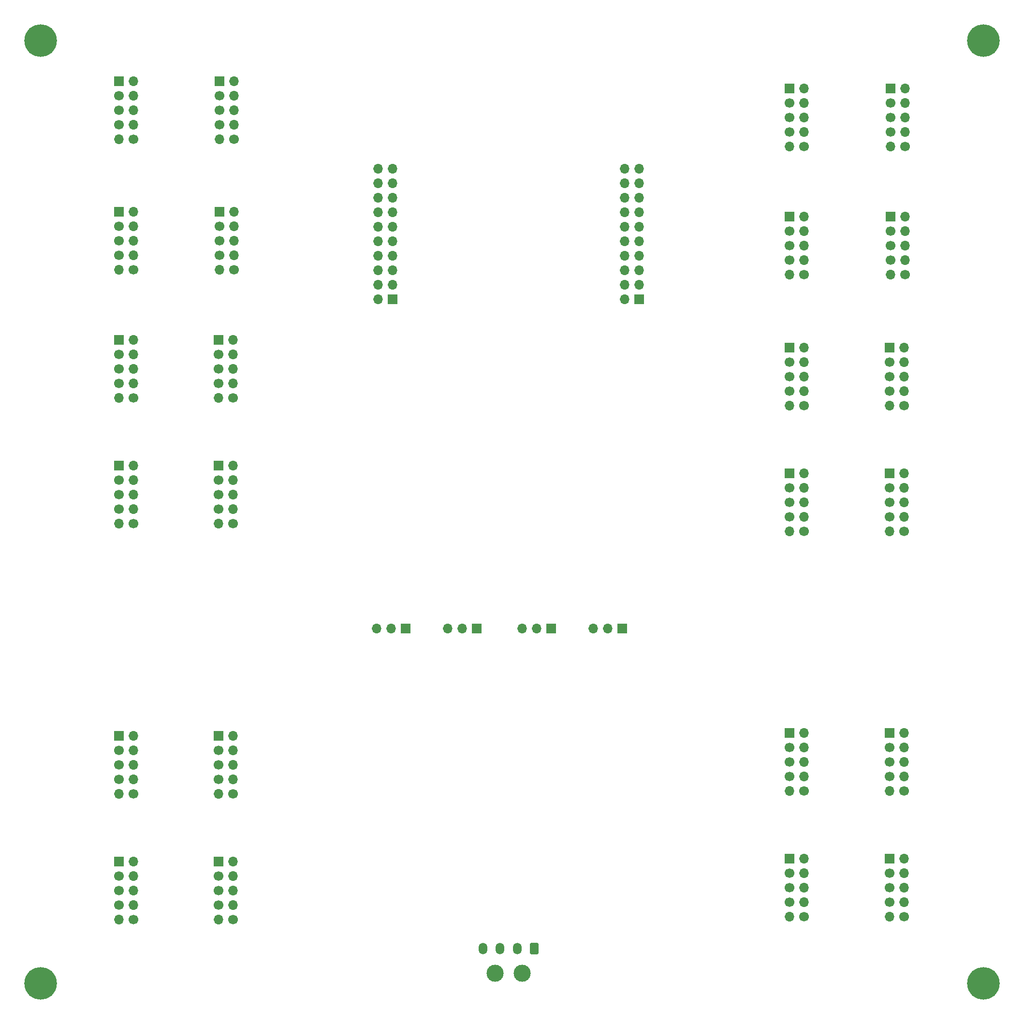
<source format=gbr>
%TF.GenerationSoftware,KiCad,Pcbnew,(6.0.9)*%
%TF.CreationDate,2023-01-09T12:19:47-05:00*%
%TF.ProjectId,Perris_Breakout,50657272-6973-45f4-9272-65616b6f7574,3*%
%TF.SameCoordinates,Original*%
%TF.FileFunction,Soldermask,Bot*%
%TF.FilePolarity,Negative*%
%FSLAX46Y46*%
G04 Gerber Fmt 4.6, Leading zero omitted, Abs format (unit mm)*
G04 Created by KiCad (PCBNEW (6.0.9)) date 2023-01-09 12:19:47*
%MOMM*%
%LPD*%
G01*
G04 APERTURE LIST*
G04 Aperture macros list*
%AMRoundRect*
0 Rectangle with rounded corners*
0 $1 Rounding radius*
0 $2 $3 $4 $5 $6 $7 $8 $9 X,Y pos of 4 corners*
0 Add a 4 corners polygon primitive as box body*
4,1,4,$2,$3,$4,$5,$6,$7,$8,$9,$2,$3,0*
0 Add four circle primitives for the rounded corners*
1,1,$1+$1,$2,$3*
1,1,$1+$1,$4,$5*
1,1,$1+$1,$6,$7*
1,1,$1+$1,$8,$9*
0 Add four rect primitives between the rounded corners*
20,1,$1+$1,$2,$3,$4,$5,0*
20,1,$1+$1,$4,$5,$6,$7,0*
20,1,$1+$1,$6,$7,$8,$9,0*
20,1,$1+$1,$8,$9,$2,$3,0*%
G04 Aperture macros list end*
%ADD10R,1.700000X1.700000*%
%ADD11C,1.700000*%
%ADD12O,1.700000X1.700000*%
%ADD13C,5.700000*%
%ADD14C,3.000000*%
%ADD15RoundRect,0.250001X0.499999X0.759999X-0.499999X0.759999X-0.499999X-0.759999X0.499999X-0.759999X0*%
%ADD16O,1.500000X2.020000*%
G04 APERTURE END LIST*
D10*
%TO.C,J20*%
X56214272Y-190425000D03*
D11*
X56214272Y-192965000D03*
X56214272Y-195505000D03*
X56214272Y-198045000D03*
D12*
X56214272Y-200585000D03*
D11*
X58754272Y-200585000D03*
D12*
X58754272Y-198045000D03*
X58754272Y-195505000D03*
X58754272Y-192965000D03*
X58754272Y-190425000D03*
%TD*%
D13*
%TO.C,H4*%
X190144300Y-211740000D03*
%TD*%
D10*
%TO.C,J9*%
X156225000Y-55015000D03*
D11*
X156225000Y-57555000D03*
X156225000Y-60095000D03*
X156225000Y-62635000D03*
D12*
X156225000Y-65175000D03*
D11*
X158765000Y-65175000D03*
D12*
X158765000Y-62635000D03*
X158765000Y-60095000D03*
X158765000Y-57555000D03*
X158765000Y-55015000D03*
%TD*%
D10*
%TO.C,U1*%
X129850000Y-91930000D03*
D12*
X129850000Y-89390000D03*
X129850000Y-86850000D03*
X129850000Y-84310000D03*
X129850000Y-81770000D03*
X129850000Y-79230000D03*
X129850000Y-76690000D03*
X129850000Y-74150000D03*
X129850000Y-71610000D03*
X129850000Y-69070000D03*
X84130000Y-69070000D03*
X84130000Y-71610000D03*
X84130000Y-74150000D03*
X84130000Y-76690000D03*
X84130000Y-79230000D03*
X84130000Y-81770000D03*
X84130000Y-84310000D03*
X84130000Y-86850000D03*
X84130000Y-89390000D03*
X84130000Y-91930000D03*
X127310000Y-91930000D03*
X127310000Y-89390000D03*
X127310000Y-86850000D03*
X127310000Y-84310000D03*
X127310000Y-81770000D03*
X127310000Y-79230000D03*
X127310000Y-76690000D03*
X127310000Y-74150000D03*
X127310000Y-71610000D03*
X127310000Y-69070000D03*
X86670000Y-69070000D03*
X86670000Y-71610000D03*
X86670000Y-74150000D03*
X86670000Y-76690000D03*
X86670000Y-79230000D03*
X86670000Y-81770000D03*
X86670000Y-84310000D03*
X86670000Y-86850000D03*
X86670000Y-89390000D03*
D10*
X86670000Y-91930000D03*
%TD*%
%TO.C,J15*%
X156225000Y-122425000D03*
D11*
X156225000Y-124965000D03*
X156225000Y-127505000D03*
X156225000Y-130045000D03*
D12*
X156225000Y-132585000D03*
D11*
X158765000Y-132585000D03*
D12*
X158765000Y-130045000D03*
X158765000Y-127505000D03*
X158765000Y-124965000D03*
X158765000Y-122425000D03*
%TD*%
D10*
%TO.C,J25*%
X88919300Y-149590000D03*
D12*
X86379300Y-149590000D03*
X83839300Y-149590000D03*
%TD*%
D10*
%TO.C,J24*%
X173725000Y-189925000D03*
D11*
X173725000Y-192465000D03*
X173725000Y-195005000D03*
X173725000Y-197545000D03*
D12*
X173725000Y-200085000D03*
D11*
X176265000Y-200085000D03*
D12*
X176265000Y-197545000D03*
X176265000Y-195005000D03*
X176265000Y-192465000D03*
X176265000Y-189925000D03*
%TD*%
D10*
%TO.C,J14*%
X173725000Y-100390000D03*
D11*
X173725000Y-102930000D03*
X173725000Y-105470000D03*
X173725000Y-108010000D03*
D12*
X173725000Y-110550000D03*
D11*
X176265000Y-110550000D03*
D12*
X176265000Y-108010000D03*
X176265000Y-105470000D03*
X176265000Y-102930000D03*
X176265000Y-100390000D03*
%TD*%
D10*
%TO.C,J16*%
X173725000Y-122425000D03*
D11*
X173725000Y-124965000D03*
X173725000Y-127505000D03*
X173725000Y-130045000D03*
D12*
X173725000Y-132585000D03*
D11*
X176265000Y-132585000D03*
D12*
X176265000Y-130045000D03*
X176265000Y-127505000D03*
X176265000Y-124965000D03*
X176265000Y-122425000D03*
%TD*%
D10*
%TO.C,J7*%
X38725000Y-121070000D03*
D11*
X38725000Y-123610000D03*
X38725000Y-126150000D03*
X38725000Y-128690000D03*
D12*
X38725000Y-131230000D03*
D11*
X41265000Y-131230000D03*
D12*
X41265000Y-128690000D03*
X41265000Y-126150000D03*
X41265000Y-123610000D03*
X41265000Y-121070000D03*
%TD*%
D13*
%TO.C,H3*%
X25044300Y-211740000D03*
%TD*%
D10*
%TO.C,J21*%
X156225000Y-167890000D03*
D11*
X156225000Y-170430000D03*
X156225000Y-172970000D03*
X156225000Y-175510000D03*
D12*
X156225000Y-178050000D03*
D11*
X158765000Y-178050000D03*
D12*
X158765000Y-175510000D03*
X158765000Y-172970000D03*
X158765000Y-170430000D03*
X158765000Y-167890000D03*
%TD*%
D10*
%TO.C,J6*%
X56225000Y-99035000D03*
D11*
X56225000Y-101575000D03*
X56225000Y-104115000D03*
X56225000Y-106655000D03*
D12*
X56225000Y-109195000D03*
D11*
X58765000Y-109195000D03*
D12*
X58765000Y-106655000D03*
X58765000Y-104115000D03*
X58765000Y-101575000D03*
X58765000Y-99035000D03*
%TD*%
D10*
%TO.C,J12*%
X173865000Y-77495000D03*
D11*
X173865000Y-80035000D03*
X173865000Y-82575000D03*
X173865000Y-85115000D03*
D12*
X173865000Y-87655000D03*
D11*
X176405000Y-87655000D03*
D12*
X176405000Y-85115000D03*
X176405000Y-82575000D03*
X176405000Y-80035000D03*
X176405000Y-77495000D03*
%TD*%
D10*
%TO.C,J28*%
X126904300Y-149590000D03*
D12*
X124364300Y-149590000D03*
X121824300Y-149590000D03*
%TD*%
D10*
%TO.C,J27*%
X114404300Y-149590000D03*
D12*
X111864300Y-149590000D03*
X109324300Y-149590000D03*
%TD*%
D10*
%TO.C,J5*%
X38725000Y-99035000D03*
D11*
X38725000Y-101575000D03*
X38725000Y-104115000D03*
X38725000Y-106655000D03*
D12*
X38725000Y-109195000D03*
D11*
X41265000Y-109195000D03*
D12*
X41265000Y-106655000D03*
X41265000Y-104115000D03*
X41265000Y-101575000D03*
X41265000Y-99035000D03*
%TD*%
D10*
%TO.C,J2*%
X56365000Y-53770000D03*
D11*
X56365000Y-56310000D03*
X56365000Y-58850000D03*
X56365000Y-61390000D03*
D12*
X56365000Y-63930000D03*
D11*
X58905000Y-63930000D03*
D12*
X58905000Y-61390000D03*
X58905000Y-58850000D03*
X58905000Y-56310000D03*
X58905000Y-53770000D03*
%TD*%
D13*
%TO.C,H1*%
X25044300Y-46640000D03*
%TD*%
D10*
%TO.C,J26*%
X101404300Y-149590000D03*
D12*
X98864300Y-149590000D03*
X96324300Y-149590000D03*
%TD*%
D10*
%TO.C,J1*%
X38725000Y-53770000D03*
D11*
X38725000Y-56310000D03*
X38725000Y-58850000D03*
X38725000Y-61390000D03*
D12*
X38725000Y-63930000D03*
D11*
X41265000Y-63930000D03*
D12*
X41265000Y-61390000D03*
X41265000Y-58850000D03*
X41265000Y-56310000D03*
X41265000Y-53770000D03*
%TD*%
D10*
%TO.C,J19*%
X38714272Y-190425000D03*
D11*
X38714272Y-192965000D03*
X38714272Y-195505000D03*
X38714272Y-198045000D03*
D12*
X38714272Y-200585000D03*
D11*
X41254272Y-200585000D03*
D12*
X41254272Y-198045000D03*
X41254272Y-195505000D03*
X41254272Y-192965000D03*
X41254272Y-190425000D03*
%TD*%
D10*
%TO.C,J18*%
X56214272Y-168390000D03*
D11*
X56214272Y-170930000D03*
X56214272Y-173470000D03*
X56214272Y-176010000D03*
D12*
X56214272Y-178550000D03*
D11*
X58754272Y-178550000D03*
D12*
X58754272Y-176010000D03*
X58754272Y-173470000D03*
X58754272Y-170930000D03*
X58754272Y-168390000D03*
%TD*%
D10*
%TO.C,J10*%
X173865000Y-55015000D03*
D11*
X173865000Y-57555000D03*
X173865000Y-60095000D03*
X173865000Y-62635000D03*
D12*
X173865000Y-65175000D03*
D11*
X176405000Y-65175000D03*
D12*
X176405000Y-62635000D03*
X176405000Y-60095000D03*
X176405000Y-57555000D03*
X176405000Y-55015000D03*
%TD*%
D10*
%TO.C,J11*%
X156225000Y-77495000D03*
D11*
X156225000Y-80035000D03*
X156225000Y-82575000D03*
X156225000Y-85115000D03*
D12*
X156225000Y-87655000D03*
D11*
X158765000Y-87655000D03*
D12*
X158765000Y-85115000D03*
X158765000Y-82575000D03*
X158765000Y-80035000D03*
X158765000Y-77495000D03*
%TD*%
D10*
%TO.C,J3*%
X38725000Y-76605000D03*
D11*
X38725000Y-79145000D03*
X38725000Y-81685000D03*
X38725000Y-84225000D03*
D12*
X38725000Y-86765000D03*
D11*
X41265000Y-86765000D03*
D12*
X41265000Y-84225000D03*
X41265000Y-81685000D03*
X41265000Y-79145000D03*
X41265000Y-76605000D03*
%TD*%
D10*
%TO.C,J22*%
X173725000Y-167890000D03*
D11*
X173725000Y-170430000D03*
X173725000Y-172970000D03*
X173725000Y-175510000D03*
D12*
X173725000Y-178050000D03*
D11*
X176265000Y-178050000D03*
D12*
X176265000Y-175510000D03*
X176265000Y-172970000D03*
X176265000Y-170430000D03*
X176265000Y-167890000D03*
%TD*%
D10*
%TO.C,J23*%
X156225000Y-189925000D03*
D11*
X156225000Y-192465000D03*
X156225000Y-195005000D03*
X156225000Y-197545000D03*
D12*
X156225000Y-200085000D03*
D11*
X158765000Y-200085000D03*
D12*
X158765000Y-197545000D03*
X158765000Y-195005000D03*
X158765000Y-192465000D03*
X158765000Y-189925000D03*
%TD*%
D10*
%TO.C,J4*%
X56365000Y-76605000D03*
D11*
X56365000Y-79145000D03*
X56365000Y-81685000D03*
X56365000Y-84225000D03*
D12*
X56365000Y-86765000D03*
D11*
X58905000Y-86765000D03*
D12*
X58905000Y-84225000D03*
X58905000Y-81685000D03*
X58905000Y-79145000D03*
X58905000Y-76605000D03*
%TD*%
D14*
%TO.C,J29*%
X104635200Y-209960000D03*
X109335200Y-209960000D03*
D15*
X111485200Y-205640000D03*
D16*
X108485200Y-205640000D03*
X105485200Y-205640000D03*
X102485200Y-205640000D03*
%TD*%
D13*
%TO.C,H2*%
X190144300Y-46640000D03*
%TD*%
D10*
%TO.C,J8*%
X56225000Y-121070000D03*
D11*
X56225000Y-123610000D03*
X56225000Y-126150000D03*
X56225000Y-128690000D03*
D12*
X56225000Y-131230000D03*
D11*
X58765000Y-131230000D03*
D12*
X58765000Y-128690000D03*
X58765000Y-126150000D03*
X58765000Y-123610000D03*
X58765000Y-121070000D03*
%TD*%
D10*
%TO.C,J13*%
X156225000Y-100390000D03*
D11*
X156225000Y-102930000D03*
X156225000Y-105470000D03*
X156225000Y-108010000D03*
D12*
X156225000Y-110550000D03*
D11*
X158765000Y-110550000D03*
D12*
X158765000Y-108010000D03*
X158765000Y-105470000D03*
X158765000Y-102930000D03*
X158765000Y-100390000D03*
%TD*%
D10*
%TO.C,J17*%
X38714272Y-168390000D03*
D11*
X38714272Y-170930000D03*
X38714272Y-173470000D03*
X38714272Y-176010000D03*
D12*
X38714272Y-178550000D03*
D11*
X41254272Y-178550000D03*
D12*
X41254272Y-176010000D03*
X41254272Y-173470000D03*
X41254272Y-170930000D03*
X41254272Y-168390000D03*
%TD*%
M02*

</source>
